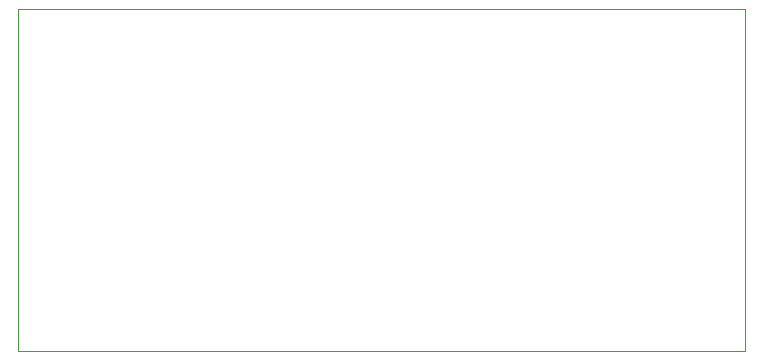
<source format=gbr>
%TF.GenerationSoftware,KiCad,Pcbnew,(6.0.8)*%
%TF.CreationDate,2022-11-19T23:42:56+04:00*%
%TF.ProjectId,MC34063_Buck,4d433334-3036-4335-9f42-75636b2e6b69,rev?*%
%TF.SameCoordinates,Original*%
%TF.FileFunction,Profile,NP*%
%FSLAX46Y46*%
G04 Gerber Fmt 4.6, Leading zero omitted, Abs format (unit mm)*
G04 Created by KiCad (PCBNEW (6.0.8)) date 2022-11-19 23:42:56*
%MOMM*%
%LPD*%
G01*
G04 APERTURE LIST*
%TA.AperFunction,Profile*%
%ADD10C,0.050000*%
%TD*%
G04 APERTURE END LIST*
D10*
X97000000Y-94000000D02*
X97000000Y-65000000D01*
X158500000Y-65000000D02*
X158500000Y-94000000D01*
X158500000Y-94000000D02*
X97000000Y-94000000D01*
X97000000Y-65000000D02*
X158500000Y-65000000D01*
M02*

</source>
